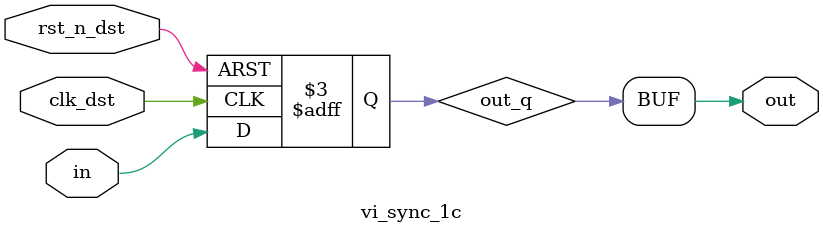
<source format=sv>
/***************************************************************************
* Copyright (c) 2012 Virtual Instruments.
* 25 Metro Dr, STE#400, San Jose, CA 95110
* www.virtualinstruments.com
* $Archive: $
* $Author: $
* $Date: $
* $Revision: $
* Description:
***************************************************************************/

module vi_sync_1c #(parameter SIZE = 1,
		    parameter TWO_DST_FLOPS = 0)
(
    output [SIZE-1:0]    out,
    input 		 clk_dst,
    input 		 rst_n_dst,
    input [SIZE-1:0] 	 in
);

//(* ALTERA_ATTRIBUTE = "-name SDC_STATEMENT \"set_max_delay -to [get_registers {*vi_sync_1c*out_q*}] 12\"" *)

   reg [SIZE-1:0] 	 out_q, out_q2;

   always @(posedge clk_dst or negedge rst_n_dst)
     if (~rst_n_dst)
       out_q <= {SIZE{1'b0}};
     else
       out_q <= in;
   
   generate

      if (TWO_DST_FLOPS) begin: gen_flop
	 always @(posedge clk_dst or negedge rst_n_dst)
	   if (~rst_n_dst)
	     out_q2 <= {SIZE{1'b0}};
	   else
	     out_q2 <= out_q;
	 assign out = out_q2;
      end

      else begin: gen_flop
	 assign out = out_q;
      end
      
   endgenerate

endmodule

</source>
